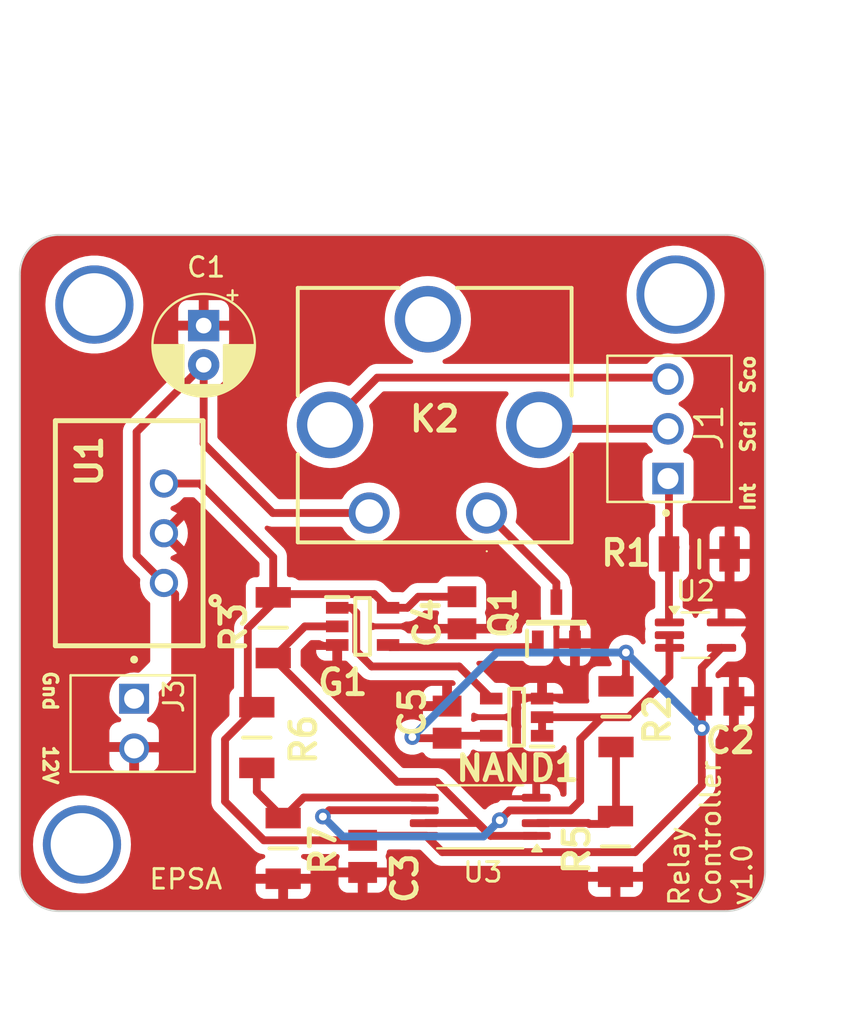
<source format=kicad_pcb>
(kicad_pcb (version 20240108) (generator "pcbnew") (generator_version "8.0")
  (layers (0 "F.Cu" signal) (31 "B.Cu" signal) (34 "B.Paste" user) (35 "F.Paste" user) (36 "B.SilkS" user "B.Silkscreen") (37 "F.SilkS" user "F.Silkscreen") (38 "B.Mask" user) (39 "F.Mask" user) (44 "Edge.Cuts" user))
  (net 0 "")
  (net 1 "GND")
  (net 2 "+12V")
  (net 3 "+5V")
  (net 4 "/SCS_Compliance")
  (net 5 "Net-(G1-Pad4)")
  (net 6 "Net-(G1-Pad1)")
  (net 7 "/SC in")
  (net 8 "/SC out")
  (net 10 "Net-(K2-Pad1)")
  (net 11 "/Relay_Closed")
  (net 12 "/Raw_Relay_Closed")
  (net 13 "/0.75V")
  (net 14 "/4.25V")
  (footprint "EPSA_lib:RESC3216X70N" (layer "F.Cu") (at 184.598 67.099)
    (property "Reference" "R1" (at -3.75 -0.043 0) (layer "F.SilkS") (effects (font (size 1.27 1.27) (thickness 0.254))))
    (property "Value" "500k" (hide yes))
    (fp_line (start 0 -0.7) (end 0 0.7) (stroke (width 0.2)) (layer "F.SilkS"))
    (pad "1" smd rect (at -1.55 0) (size 1.05 1.8) (layers "F.Cu" "F.Paste" "F.Mask") (net 12 "/Raw_Relay_Closed"))
    (pad "2" smd rect (at 1.55 0) (size 1.05 1.8) (layers "F.Cu" "F.Paste" "F.Mask") (net 1 "GND"))
  )
  (footprint "EPSA_lib:CP112V" (layer "F.Cu") (at 173.7195 65.0065 180)
    (property "Reference" "K2" (at 2.65 4.808 180) (layer "F.SilkS") (effects (font (size 1.27 1.27) (thickness 0.254))))
    (property "Value" "Relais PCB" (hide yes))
    (fp_line (start 9.65 11.5) (end 9.65 6) (stroke (width 0.2)) (layer "F.SilkS"))
    (fp_line (start 9.65 -1.5) (end 9.65 3) (stroke (width 0.2)) (layer "F.SilkS"))
    (fp_line (start 9.5 11.5) (end 9.65 11.5) (stroke (width 0.2)) (layer "F.SilkS"))
    (fp_line (start 4.5 11.5) (end 9.5 11.5) (stroke (width 0.2)) (layer "F.SilkS"))
    (fp_line (start 0.014 -1.956) (end 0.014 -1.956) (stroke (width 0.053)) (layer "F.SilkS"))
    (fp_line (start -0.039 -1.956) (end -0.039 -1.956) (stroke (width 0.053)) (layer "F.SilkS"))
    (fp_line (start -4.35 11.5) (end 1.5 11.5) (stroke (width 0.2)) (layer "F.SilkS"))
    (fp_line (start -4.35 6) (end -4.35 11.5) (stroke (width 0.2)) (layer "F.SilkS"))
    (fp_line (start -4.35 3) (end -4.35 -1.5) (stroke (width 0.2)) (layer "F.SilkS"))
    (fp_line (start -4.35 -1.5) (end 9.65 -1.5) (stroke (width 0.2)) (layer "F.SilkS"))
    (fp_arc (start 0.014 -1.955) (mid -0.013 -1.929) (end -0.039 -1.956) (stroke (width 0.053)) (layer "F.SilkS"))
    (fp_arc (start -0.039 -1.955) (mid -0.013 -1.982) (end 0.014 -1.956) (stroke (width 0.053)) (layer "F.SilkS"))
    (pad "1" thru_hole circle (at 0 0 180) (size 2.1 2.1) (drill 1.4) (layers "*.Cu" "*.Mask") (net 10 "Net-(K2-Pad1)"))
    (pad "2" thru_hole circle (at -2.7 4.5 180) (size 3.4 3.4) (drill 2.33) (layers "*.Cu" "*.Mask") (net 7 "/SC in"))
    (pad "3" thru_hole circle (at 3 9.9 180) (size 3.4 3.4) (drill 2.33) (layers "*.Cu" "*.Mask"))
    (pad "4" thru_hole circle (at 8 4.5 180) (size 3.4 3.4) (drill 2.33) (layers "*.Cu" "*.Mask") (net 8 "/SC out"))
    (pad "5" thru_hole circle (at 6 0 180) (size 2.1 2.1) (drill 1.4) (layers "*.Cu" "*.Mask") (net 2 "+12V"))
  )
  (footprint "EPSA_lib:CAPC2012X130N" (layer "F.Cu") (at 171.704 75.692 -90)
    (property "Reference" "C5" (at -0.508 1.778 90) (layer "F.SilkS") (effects (font (size 1.27 1.27) (thickness 0.254))))
    (property "Value" "10n" (hide yes))
    (pad "1" smd rect (at -0.82 0 270) (size 1.07 1.47) (layers "F.Cu" "F.Paste" "F.Mask") (net 1 "GND"))
    (pad "2" smd rect (at 0.82 0 270) (size 1.07 1.47) (layers "F.Cu" "F.Paste" "F.Mask") (net 3 "+5V"))
  )
  (footprint "Package_SO:TSSOP-8_4.4x3mm_P0.65mm" (layer "F.Cu") (at 173.3981 80.5278 180)
    (property "Reference" "U3" (at -0.1347 -2.835 180) (layer "F.SilkS"))
    (property "Value" "Opamp_Dual")
    (fp_line (start 0 1.61) (end 2.2 1.61) (stroke (width 0.12)) (layer "F.SilkS"))
    (fp_line (start 0 1.61) (end -2.2 1.61) (stroke (width 0.12)) (layer "F.SilkS"))
    (fp_line (start 0 -1.61) (end 2.2 -1.61) (stroke (width 0.12)) (layer "F.SilkS"))
    (fp_line (start 0 -1.61) (end -2.2 -1.61) (stroke (width 0.12)) (layer "F.SilkS"))
    (fp_poly (pts (xy -2.9 -1.435) (xy -3.14 -1.765) (xy -2.66 -1.765) (xy -2.9 -1.435)) (stroke (width 0.12)) (fill solid) (layer "F.SilkS"))
    (pad "1" smd roundrect (at -2.8625 -0.975 180) (size 1.475 0.4) (layers "F.Cu" "F.Paste" "F.Mask") (net 4 "/SCS_Compliance"))
    (pad "2" smd roundrect (at -2.8625 -0.325 180) (size 1.475 0.4) (layers "F.Cu" "F.Paste" "F.Mask") (net 13 "/0.75V"))
    (pad "3" smd roundrect (at -2.8625 0.325 180) (size 1.475 0.4) (layers "F.Cu" "F.Paste" "F.Mask") (net 11 "/Relay_Closed"))
    (pad "4" smd roundrect (at -2.8625 0.975 180) (size 1.475 0.4) (layers "F.Cu" "F.Paste" "F.Mask") (net 1 "GND"))
    (pad "5" smd roundrect (at 2.8625 0.975 180) (size 1.475 0.4) (layers "F.Cu" "F.Paste" "F.Mask") (net 14 "/4.25V"))
    (pad "6" smd roundrect (at 2.8625 0.325 180) (size 1.475 0.4) (layers "F.Cu" "F.Paste" "F.Mask") (net 11 "/Relay_Closed"))
    (pad "7" smd roundrect (at 2.8625 -0.325 180) (size 1.475 0.4) (layers "F.Cu" "F.Paste" "F.Mask") (net 4 "/SCS_Compliance"))
    (pad "8" smd roundrect (at 2.8625 -0.975 180) (size 1.475 0.4) (layers "F.Cu" "F.Paste" "F.Mask") (net 3 "+5V"))
  )
  (footprint "EPSA_lib:SOT95P280X145-5N" (layer "F.Cu") (at 175.26 75.438 180)
    (property "Reference" "NAND1" (at -0.0508 -2.6162 180) (layer "F.SilkS") (effects (font (size 1.27 1.27) (thickness 0.254))))
    (property "Value" "Gate NAND SN74AHCT1G00DBVR" (hide yes))
    (fp_line (start 0.375 1.45) (end -0.375 1.45) (stroke (width 0.2)) (layer "F.SilkS"))
    (fp_line (start 0.375 -1.45) (end 0.375 1.45) (stroke (width 0.2)) (layer "F.SilkS"))
    (fp_line (start -0.375 1.45) (end -0.375 -1.45) (stroke (width 0.2)) (layer "F.SilkS"))
    (fp_line (start -0.375 -1.45) (end 0.375 -1.45) (stroke (width 0.2)) (layer "F.SilkS"))
    (fp_line (start -1.875 -1.5) (end -0.725 -1.5) (stroke (width 0.2)) (layer "F.SilkS"))
    (pad "1" smd rect (at -1.3 -0.95 270) (size 0.6 1.15) (layers "F.Cu" "F.Paste" "F.Mask") (net 11 "/Relay_Closed"))
    (pad "2" smd rect (at -1.3 0 270) (size 0.6 1.15) (layers "F.Cu" "F.Paste" "F.Mask") (net 11 "/Relay_Closed"))
    (pad "3" smd rect (at -1.3 0.95 270) (size 0.6 1.15) (layers "F.Cu" "F.Paste" "F.Mask") (net 1 "GND"))
    (pad "4" smd rect (at 1.3 0.95 270) (size 0.6 1.15) (layers "F.Cu" "F.Paste" "F.Mask") (net 6 "Net-(G1-Pad1)"))
    (pad "5" smd rect (at 1.3 -0.95 270) (size 0.6 1.15) (layers "F.Cu" "F.Paste" "F.Mask") (net 3 "+5V"))
  )
  (footprint "EPSA_lib:RESC3216X70N" (layer "F.Cu") (at 161.9758 76.4794 90)
    (property "Reference" "R6" (at -0.1016 2.3876 -90) (layer "F.SilkS") (effects (font (size 1.27 1.27) (thickness 0.254))))
    (property "Value" "12k" (hide yes))
    (fp_line (start 0 -0.7) (end 0 0.7) (stroke (width 0.2)) (layer "F.SilkS"))
    (pad "1" smd rect (at -1.55 0 90) (size 1.05 1.8) (layers "F.Cu" "F.Paste" "F.Mask") (net 14 "/4.25V"))
    (pad "2" smd rect (at 1.55 0 90) (size 1.05 1.8) (layers "F.Cu" "F.Paste" "F.Mask") (net 3 "+5V"))
  )
  (footprint "EPSA_lib:RESC3216X70N" (layer "F.Cu") (at 180.34 75.412 90)
    (property "Reference" "R2" (at -0.153 2.1082 -90) (layer "F.SilkS") (effects (font (size 1.27 1.27) (thickness 0.254))))
    (property "Value" "82k" (hide yes))
    (fp_line (start 0 -0.7) (end 0 0.7) (stroke (width 0.2)) (layer "F.SilkS"))
    (pad "1" smd rect (at -1.55 0 90) (size 1.05 1.8) (layers "F.Cu" "F.Paste" "F.Mask") (net 13 "/0.75V"))
    (pad "2" smd rect (at 1.55 0 90) (size 1.05 1.8) (layers "F.Cu" "F.Paste" "F.Mask") (net 3 "+5V"))
  )
  (footprint "EPSA_lib:SOT95P237X112-3N" (layer "F.Cu") (at 177.292 70.612 90)
    (property "Reference" "Q1" (at 0.508 -2.730562 -90) (layer "F.SilkS") (effects (font (size 1.27 1.27) (thickness 0.254))))
    (property "Value" "NMOS SQ2348ES-T1_GE3" (hide yes))
    (fp_line (start -1.7 -1.5) (end -0.4 -1.5) (stroke (width 0.2)) (layer "F.SilkS"))
    (fp_line (start 0.05 -1.46) (end 0.05 1.46) (stroke (width 0.2)) (layer "F.SilkS"))
    (fp_line (start -0.05 -1.46) (end 0.05 -1.46) (stroke (width 0.2)) (layer "F.SilkS"))
    (fp_line (start 0.05 1.46) (end -0.05 1.46) (stroke (width 0.2)) (layer "F.SilkS"))
    (fp_line (start -0.05 1.46) (end -0.05 -1.46) (stroke (width 0.2)) (layer "F.SilkS"))
    (pad "1" smd rect (at -1.05 -0.95 180) (size 0.6 1.3) (layers "F.Cu" "F.Paste" "F.Mask") (net 5 "Net-(G1-Pad4)"))
    (pad "2" smd rect (at -1.05 0.95 180) (size 0.6 1.3) (layers "F.Cu" "F.Paste" "F.Mask") (net 1 "GND"))
    (pad "3" smd rect (at 1.05 0 180) (size 0.6 1.3) (layers "F.Cu" "F.Paste" "F.Mask") (net 10 "Net-(K2-Pad1)"))
  )
  (footprint "EPSA_lib:CAPC2012X130N" (layer "F.Cu") (at 185.548 74.6252 180)
    (property "Reference" "C2" (at -0.634 -2.0066 180) (layer "F.SilkS") (effects (font (size 1.27 1.27) (thickness 0.254))))
    (property "Value" "10n" (hide yes))
    (pad "1" smd rect (at -0.82 0 180) (size 1.07 1.47) (layers "F.Cu" "F.Paste" "F.Mask") (net 1 "GND"))
    (pad "2" smd rect (at 0.82 0 180) (size 1.07 1.47) (layers "F.Cu" "F.Paste" "F.Mask") (net 3 "+5V"))
  )
  (footprint "EPSA_lib:MOLEX_22-11-2032" (layer "F.Cu") (at 183 63.246 90)
    (property "Reference" "J1" (at 2.6162 2.112 -90) (layer "F.SilkS") (effects (font (size 1.4 1.4))))
    (property "Value" "3P Droit 22-11-2032")
    (fp_line (start 6.275 -3.1) (end -1.195 -3.1) (stroke (width 0.127)) (layer "F.SilkS"))
    (fp_line (start -1.195 -3.1) (end -1.195 3.25) (stroke (width 0.127)) (layer "F.SilkS"))
    (fp_line (start 6.275 3.25) (end 6.275 -3.1) (stroke (width 0.127)) (layer "F.SilkS"))
    (fp_line (start -1.195 3.25) (end 6.275 3.25) (stroke (width 0.127)) (layer "F.SilkS"))
    (fp_circle (center -1.76 -0.1) (end -1.66 -0.1) (stroke (width 0.2)) (fill none) (layer "F.SilkS"))
    (pad "1" thru_hole rect (at 0 0 90) (size 1.61 1.61) (drill 1.07) (layers "*.Cu" "*.Mask") (net 12 "/Raw_Relay_Closed"))
    (pad "2" thru_hole circle (at 2.54 0 90) (size 1.61 1.61) (drill 1.07) (layers "*.Cu" "*.Mask") (net 7 "/SC in"))
    (pad "3" thru_hole circle (at 5.08 0 90) (size 1.61 1.61) (drill 1.07) (layers "*.Cu" "*.Mask") (net 8 "/SC out"))
  )
  (footprint "EPSA_lib:MOLEX_22-11-2022" (layer "F.Cu") (at 155.702 74.495 -90)
    (property "Reference" "J3" (at -0.127 -2.032 90) (layer "F.SilkS"))
    (property "Value" "2P Droit 2-11-2022")
    (fp_line (start -1.195 3.25) (end -1.195 -3.1) (stroke (width 0.127)) (layer "F.SilkS"))
    (fp_line (start 3.735 3.25) (end -1.195 3.25) (stroke (width 0.127)) (layer "F.SilkS"))
    (fp_line (start -1.195 -3.1) (end 3.735 -3.1) (stroke (width 0.127)) (layer "F.SilkS"))
    (fp_line (start 3.735 -3.1) (end 3.735 3.25) (stroke (width 0.127)) (layer "F.SilkS"))
    (fp_circle (center -2 0) (end -1.9 0) (stroke (width 0.2)) (fill none) (layer "F.SilkS"))
    (pad "1" thru_hole rect (at 0 0 270) (size 1.53 1.53) (drill 1.02) (layers "*.Cu" "*.Mask") (net 1 "GND"))
    (pad "2" thru_hole circle (at 2.54 0 270) (size 1.53 1.53) (drill 1.02) (layers "*.Cu" "*.Mask") (net 2 "+12V"))
  )
  (footprint "EPSA_lib:CAPC2012X130N" (layer "F.Cu") (at 167.386 82.55 90)
    (property "Reference" "C3" (at -1.1176 2.159 -90) (layer "F.SilkS") (effects (font (size 1.27 1.27) (thickness 0.254))))
    (property "Value" "10n" (hide yes))
    (pad "1" smd rect (at -0.82 0 90) (size 1.07 1.47) (layers "F.Cu" "F.Paste" "F.Mask") (net 1 "GND"))
    (pad "2" smd rect (at 0.82 0 90) (size 1.07 1.47) (layers "F.Cu" "F.Paste" "F.Mask") (net 3 "+5V"))
  )
  (footprint "" (layer "F.Cu") (at 153.035 81.9404)
    (property "Reference" "" (at 0 0 0) (layer "F.SilkS") (effects (font (size 1.27 1.27))))
    (property "Value" "")
    (pad "1" thru_hole circle (at 0 0) (size 4 4) (drill 3.2) (layers "*.Cu" "*.Mask"))
  )
  (footprint "EPSA_lib:CAPC2012X130N" (layer "F.Cu") (at 172.466 70.104 90)
    (property "Reference" "C4" (at -0.508 -1.778 -90) (layer "F.SilkS") (effects (font (size 1.27 1.27) (thickness 0.254))))
    (property "Value" "10n" (hide yes))
    (pad "1" smd rect (at -0.82 0 90) (size 1.07 1.47) (layers "F.Cu" "F.Paste" "F.Mask") (net 1 "GND"))
    (pad "2" smd rect (at 0.82 0 90) (size 1.07 1.47) (layers "F.Cu" "F.Paste" "F.Mask") (net 3 "+5V"))
  )
  (footprint "" (layer "F.Cu") (at 153.67 54.356)
    (property "Reference" "" (at 0 0 0) (layer "F.SilkS") (effects (font (size 1.27 1.27))))
    (property "Value" "")
    (pad "1" thru_hole circle (at 0 0) (size 4 4) (drill 3.2) (layers "*.Cu" "*.Mask"))
  )
  (footprint "" (layer "F.Cu") (at 183.388 53.848)
    (property "Reference" "" (at 0 0 0) (layer "F.SilkS") (effects (font (size 1.27 1.27))))
    (property "Value" "")
    (pad "1" thru_hole circle (at 0 0) (size 4 4) (drill 3.2) (layers "*.Cu" "*.Mask"))
  )
  (footprint "EPSA_lib:SOT95P280X145-5N" (layer "F.Cu") (at 167.386 70.8)
    (property "Reference" "G1" (at -1.016 2.86 0) (layer "F.SilkS") (effects (font (size 1.27 1.27) (thickness 0.254))))
    (property "Value" "Gate AND SN74AHCT1G08DBVR" (hide yes))
    (fp_line (start -1.875 -1.5) (end -0.725 -1.5) (stroke (width 0.2)) (layer "F.SilkS"))
    (fp_line (start -0.375 -1.45) (end 0.375 -1.45) (stroke (width 0.2)) (layer "F.SilkS"))
    (fp_line (start -0.375 1.45) (end -0.375 -1.45) (stroke (width 0.2)) (layer "F.SilkS"))
    (fp_line (start 0.375 -1.45) (end 0.375 1.45) (stroke (width 0.2)) (layer "F.SilkS"))
    (fp_line (start 0.375 1.45) (end -0.375 1.45) (stroke (width 0.2)) (layer "F.SilkS"))
    (pad "1" smd rect (at -1.3 -0.95 90) (size 0.6 1.15) (layers "F.Cu" "F.Paste" "F.Mask") (net 6 "Net-(G1-Pad1)"))
    (pad "2" smd rect (at -1.3 0 90) (size 0.6 1.15) (layers "F.Cu" "F.Paste" "F.Mask") (net 4 "/SCS_Compliance"))
    (pad "3" smd rect (at -1.3 0.95 90) (size 0.6 1.15) (layers "F.Cu" "F.Paste" "F.Mask") (net 1 "GND"))
    (pad "4" smd rect (at 1.3 0.95 90) (size 0.6 1.15) (layers "F.Cu" "F.Paste" "F.Mask") (net 5 "Net-(G1-Pad4)"))
    (pad "5" smd rect (at 1.3 -0.95 90) (size 0.6 1.15) (layers "F.Cu" "F.Paste" "F.Mask") (net 3 "+5V"))
  )
  (footprint "EPSA_lib:RESC3216X70N" (layer "F.Cu") (at 180.314 82.042 90)
    (property "Reference" "R5" (at -0.1524 -1.9806 -90) (layer "F.SilkS") (effects (font (size 1.27 1.27) (thickness 0.254))))
    (property "Value" "12k" (hide yes))
    (fp_line (start 0 -0.7) (end 0 0.7) (stroke (width 0.2)) (layer "F.SilkS"))
    (pad "1" smd rect (at -1.55 0 90) (size 1.05 1.8) (layers "F.Cu" "F.Paste" "F.Mask") (net 1 "GND"))
    (pad "2" smd rect (at 1.55 0 90) (size 1.05 1.8) (layers "F.Cu" "F.Paste" "F.Mask") (net 13 "/0.75V"))
  )
  (footprint "EPSA_lib:RESC3216X70N" (layer "F.Cu") (at 163.322 82.1436 90)
    (property "Reference" "R7" (at -0.0762 2.032 -90) (layer "F.SilkS") (effects (font (size 1.27 1.27) (thickness 0.254))))
    (property "Value" "82k" (hide yes))
    (fp_line (start 0 -0.7) (end 0 0.7) (stroke (width 0.2)) (layer "F.SilkS"))
    (pad "1" smd rect (at -1.55 0 90) (size 1.05 1.8) (layers "F.Cu" "F.Paste" "F.Mask") (net 1 "GND"))
    (pad "2" smd rect (at 1.55 0 90) (size 1.05 1.8) (layers "F.Cu" "F.Paste" "F.Mask") (net 14 "/4.25V"))
  )
  (footprint "EPSA_lib:TSR-0.5-2433" (layer "F.Cu") (at 159.226 71.79 90)
    (property "Reference" "U1" (at 9.433 -5.81 -90) (layer "F.SilkS") (effects (font (size 1.27 1.27) (thickness 0.254))))
    (property "Value" "Alim LP TSR_0.5-2450" (hide yes))
    (fp_line (start 11.5 -7.55) (end 0 -7.55) (stroke (width 0.254)) (layer "F.SilkS"))
    (fp_line (start 0 -7.55) (end 0 0) (stroke (width 0.254)) (layer "F.SilkS"))
    (fp_line (start 11.5 0) (end 11.5 -7.55) (stroke (width 0.254)) (layer "F.SilkS"))
    (fp_line (start 0 0) (end 11.5 0) (stroke (width 0.254)) (layer "F.SilkS"))
    (fp_circle (center 2.306 0.613) (end 2.306 0.702) (stroke (width 0.254)) (fill none) (layer "F.SilkS"))
    (pad "1" thru_hole circle (at 3.21 -2 90) (size 1.44 1.44) (drill 0.94) (layers "*.Cu" "*.Mask") (net 2 "+12V"))
    (pad "2" thru_hole circle (at 5.75 -2 90) (size 1.44 1.44) (drill 0.94) (layers "*.Cu" "*.Mask") (net 1 "GND"))
    (pad "3" thru_hole circle (at 8.29 -2 90) (size 1.44 1.44) (drill 0.94) (layers "*.Cu" "*.Mask") (net 3 "+5V"))
  )
  (footprint "EPSA_lib:RESC3216X70N" (layer "F.Cu") (at 162.814 70.866 -90)
    (property "Reference" "R3" (at -0.011901 2.032 90) (layer "F.SilkS") (effects (font (size 1.27 1.27) (thickness 0.254))))
    (property "Value" "10k" (hide yes))
    (fp_line (start 0 -0.7) (end 0 0.7) (stroke (width 0.2)) (layer "F.SilkS"))
    (pad "1" smd rect (at -1.55 0 270) (size 1.05 1.8) (layers "F.Cu" "F.Paste" "F.Mask") (net 3 "+5V"))
    (pad "2" smd rect (at 1.55 0 270) (size 1.05 1.8) (layers "F.Cu" "F.Paste" "F.Mask") (net 4 "/SCS_Compliance"))
  )
  (footprint "Package_TO_SOT_SMD:SOT-353_SC-70-5_Handsoldering" (layer "F.Cu") (at 184.404 71.247)
    (property "Reference" "U2" (at 0 -2.25 0) (layer "F.SilkS"))
    (property "Value" "~")
    (fp_line (start -0.71 -1.16) (end 0.7 -1.16) (stroke (width 0.12)) (layer "F.SilkS"))
    (fp_line (start -0.7 1.16) (end 0.7 1.16) (stroke (width 0.12)) (layer "F.SilkS"))
    (fp_poly (pts (xy -1.08 -1.11) (xy -1.32 -1.44) (xy -0.84 -1.44) (xy -1.08 -1.11)) (stroke (width 0.12)) (fill solid) (layer "F.SilkS"))
    (pad "1" smd roundrect (at -1.33 -0.65) (size 1.5 0.4) (layers "F.Cu" "F.Paste" "F.Mask") (net 12 "/Raw_Relay_Closed"))
    (pad "2" smd roundrect (at -1.33 0) (size 1.5 0.4) (layers "F.Cu" "F.Paste" "F.Mask") (net 11 "/Relay_Closed"))
    (pad "3" smd roundrect (at -1.33 0.65) (size 1.5 0.4) (layers "F.Cu" "F.Paste" "F.Mask") (net 11 "/Relay_Closed"))
    (pad "4" smd roundrect (at 1.33 0.65) (size 1.5 0.4) (layers "F.Cu" "F.Paste" "F.Mask") (net 3 "+5V"))
    (pad "5" smd roundrect (at 1.33 -0.65) (size 1.5 0.4) (layers "F.Cu" "F.Paste" "F.Mask") (net 1 "GND"))
  )
  (footprint "Capacitor_THT:CP_Radial_D5.0mm_P2.00mm" (layer "F.Cu") (at 159.258 55.432888 -90)
    (property "Reference" "C1" (at -2.981888 -0.127002 180) (layer "F.SilkS"))
    (property "Value" "C")
    (fp_line (start 1 1.04) (end 1 2.58) (stroke (width 0.12)) (layer "F.SilkS"))
    (fp_line (start 1.04 1.04) (end 1.04 2.58) (stroke (width 0.12)) (layer "F.SilkS"))
    (fp_line (start 1.08 1.04) (end 1.08 2.579) (stroke (width 0.12)) (layer "F.SilkS"))
    (fp_line (start 1.12 1.04) (end 1.12 2.578) (stroke (width 0.12)) (layer "F.SilkS"))
    (fp_line (start 1.16 1.04) (end 1.16 2.576) (stroke (width 0.12)) (layer "F.SilkS"))
    (fp_line (start 1.2 1.04) (end 1.2 2.573) (stroke (width 0.12)) (layer "F.SilkS"))
    (fp_line (start 1.24 1.04) (end 1.24 2.569) (stroke (width 0.12)) (layer "F.SilkS"))
    (fp_line (start 1.28 1.04) (end 1.28 2.565) (stroke (width 0.12)) (layer "F.SilkS"))
    (fp_line (start 1.32 1.04) (end 1.32 2.561) (stroke (width 0.12)) (layer "F.SilkS"))
    (fp_line (start 1.36 1.04) (end 1.36 2.556) (stroke (width 0.12)) (layer "F.SilkS"))
    (fp_line (start 1.4 1.04) (end 1.4 2.55) (stroke (width 0.12)) (layer "F.SilkS"))
    (fp_line (start 1.44 1.04) (end 1.44 2.543) (stroke (width 0.12)) (layer "F.SilkS"))
    (fp_line (start 1.48 1.04) (end 1.48 2.536) (stroke (width 0.12)) (layer "F.SilkS"))
    (fp_line (start 1.52 1.04) (end 1.52 2.528) (stroke (width 0.12)) (layer "F.SilkS"))
    (fp_line (start 1.56 1.04) (end 1.56 2.52) (stroke (width 0.12)) (layer "F.SilkS"))
    (fp_line (start 1.6 1.04) (end 1.6 2.511) (stroke (width 0.12)) (layer "F.SilkS"))
    (fp_line (start 1.64 1.04) (end 1.64 2.501) (stroke (width 0.12)) (layer "F.SilkS"))
    (fp_line (start 1.68 1.04) (end 1.68 2.491) (stroke (width 0.12)) (layer "F.SilkS"))
    (fp_line (start 1.721 1.04) (end 1.721 2.48) (stroke (width 0.12)) (layer "F.SilkS"))
    (fp_line (start 1.761 1.04) (end 1.761 2.468) (stroke (width 0.12)) (layer "F.SilkS"))
    (fp_line (start 1.801 1.04) (end 1.801 2.455) (stroke (width 0.12)) (layer "F.SilkS"))
    (fp_line (start 1.841 1.04) (end 1.841 2.442) (stroke (width 0.12)) (layer "F.SilkS"))
    (fp_line (start 1.881 1.04) (end 1.881 2.428) (stroke (width 0.12)) (layer "F.SilkS"))
    (fp_line (start 1.921 1.04) (end 1.921 2.414) (stroke (width 0.12)) (layer "F.SilkS"))
    (fp_line (start 1.961 1.04) (end 1.961 2.398) (stroke (width 0.12)) (layer "F.SilkS"))
    (fp_line (start 2.001 1.04) (end 2.001 2.382) (stroke (width 0.12)) (layer "F.SilkS"))
    (fp_line (start 2.041 1.04) (end 2.041 2.365) (stroke (width 0.12)) (layer "F.SilkS"))
    (fp_line (start 2.081 1.04) (end 2.081 2.348) (stroke (width 0.12)) (layer "F.SilkS"))
    (fp_line (start 2.121 1.04) (end 2.121 2.329) (stroke (width 0.12)) (layer "F.SilkS"))
    (fp_line (start 2.161 1.04) (end 2.161 2.31) (stroke (width 0.12)) (layer "F.SilkS"))
    (fp_line (start 2.201 1.04) (end 2.201 2.29) (stroke (width 0.12)) (layer "F.SilkS"))
    (fp_line (start 2.241 1.04) (end 2.241 2.268) (stroke (width 0.12)) (layer "F.SilkS"))
    (fp_line (start 2.281 1.04) (end 2.281 2.247) (stroke (width 0.12)) (layer "F.SilkS"))
    (fp_line (start 2.321 1.04) (end 2.321 2.224) (stroke (width 0.12)) (layer "F.SilkS"))
    (fp_line (start 2.361 1.04) (end 2.361 2.2) (stroke (width 0.12)) (layer "F.SilkS"))
    (fp_line (start 2.401 1.04) (end 2.401 2.175) (stroke (width 0.12)) (layer "F.SilkS"))
    (fp_line (start 2.441 1.04) (end 2.441 2.149) (stroke (width 0.12)) (layer "F.SilkS"))
    (fp_line (start 2.481 1.04) (end 2.481 2.122) (stroke (width 0.12)) (layer "F.SilkS"))
    (fp_line (start 2.521 1.04) (end 2.521 2.095) (stroke (width 0.12)) (layer "F.SilkS"))
    (fp_line (start 2.561 1.04) (end 2.561 2.065) (stroke (width 0.12)) (layer "F.SilkS"))
    (fp_line (start 2.601 1.04) (end 2.601 2.035) (stroke (width 0.12)) (layer "F.SilkS"))
    (fp_line (start 2.641 1.04) (end 2.641 2.004) (stroke (width 0.12)) (layer "F.SilkS"))
    (fp_line (start 2.681 1.04) (end 2.681 1.971) (stroke (width 0.12)) (layer "F.SilkS"))
    (fp_line (start 2.721 1.04) (end 2.721 1.937) (stroke (width 0.12)) (layer "F.SilkS"))
    (fp_line (start 2.761 1.04) (end 2.761 1.901) (stroke (width 0.12)) (layer "F.SilkS"))
    (fp_line (start 2.801 1.04) (end 2.801 1.864) (stroke (width 0.12)) (layer "F.SilkS"))
    (fp_line (start 2.841 1.04) (end 2.841 1.826) (stroke (width 0.12)) (layer "F.SilkS"))
    (fp_line (start 2.881 1.04) (end 2.881 1.785) (stroke (width 0.12)) (layer "F.SilkS"))
    (fp_line (start 2.921 1.04) (end 2.921 1.743) (stroke (width 0.12)) (layer "F.SilkS"))
    (fp_line (start 2.961 1.04) (end 2.961 1.699) (stroke (width 0.12)) (layer "F.SilkS"))
    (fp_line (start 3.001 1.04) (end 3.001 1.653) (stroke (width 0.12)) (layer "F.SilkS"))
    (fp_line (start 3.601 -0.284) (end 3.601 0.284) (stroke (width 0.12)) (layer "F.SilkS"))
    (fp_line (start 3.561 -0.518) (end 3.561 0.518) (stroke (width 0.12)) (layer "F.SilkS"))
    (fp_line (start 3.521 -0.677) (end 3.521 0.677) (stroke (width 0.12)) (layer "F.SilkS"))
    (fp_line (start 3.481 -0.805) (end 3.481 0.805) (stroke (width 0.12)) (layer "F.SilkS"))
    (fp_line (start 3.441 -0.915) (end 3.441 0.915) (stroke (width 0.12)) (layer "F.SilkS"))
    (fp_line (start 3.401 -1.011) (end 3.401 1.011) (stroke (width 0.12)) (layer "F.SilkS"))
    (fp_line (start 3.361 -1.098) (end 3.361 1.098) (stroke (width 0.12)) (layer "F.SilkS"))
    (fp_line (start 3.321 -1.178) (end 3.321 1.178) (stroke (width 0.12)) (layer "F.SilkS"))
    (fp_line (start 3.281 -1.251) (end 3.281 1.251) (stroke (width 0.12)) (layer "F.SilkS"))
    (fp_line (start 3.241 -1.319) (end 3.241 1.319) (stroke (width 0.12)) (layer "F.SilkS"))
    (fp_line (start 3.201 -1.383) (end 3.201 1.383) (stroke (width 0.12)) (layer "F.SilkS"))
    (fp_line (start 3.161 -1.443) (end 3.161 1.443) (stroke (width 0.12)) (layer "F.SilkS"))
    (fp_line (start -1.804775 -1.475) (end -1.304775 -1.475) (stroke (width 0.12)) (layer "F.SilkS"))
    (fp_line (start 3.121 -1.5) (end 3.121 1.5) (stroke (width 0.12)) (layer "F.SilkS"))
    (fp_line (start 3.081 -1.554) (end 3.081 1.554) (stroke (width 0.12)) (layer "F.SilkS"))
    (fp_line (start 3.041 -1.605) (end 3.041 1.605) (stroke (width 0.12)) (layer "F.SilkS"))
    (fp_line (start 3.001 -1.653) (end 3.001 -1.04) (stroke (width 0.12)) (layer "F.SilkS"))
    (fp_line (start 2.961 -1.699) (end 2.961 -1.04) (stroke (width 0.12)) (layer "F.SilkS"))
    (fp_line (start -1.554775 -1.725) (end -1.554775 -1.225) (stroke (width 0.12)) (layer "F.SilkS"))
    (fp_line (start 2.921 -1.743) (end 2.921 -1.04) (stroke (width 0.12)) (layer "F.SilkS"))
    (fp_line (start 2.881 -1.785) (end 2.881 -1.04) (stroke (width 0.12)) (layer "F.SilkS"))
    (fp_line (start 2.841 -1.826) (end 2.841 -1.04) (stroke (width 0.12)) (layer "F.SilkS"))
    (fp_line (start 2.801 -1.864) (end 2.801 -1.04) (stroke (width 0.12)) (layer "F.SilkS"))
    (fp_line (start 2.761 -1.901) (end 2.761 -1.04) (stroke (width 0.12)) (layer "F.SilkS"))
    (fp_line (start 2.721 -1.937) (end 2.721 -1.04) (stroke (width 0.12)) (layer "F.SilkS"))
    (fp_line (start 2.681 -1.971) (end 2.681 -1.04) (stroke (width 0.12)) (layer "F.SilkS"))
    (fp_line (start 2.641 -2.004) (end 2.641 -1.04) (stroke (width 0.12)) (layer "F.SilkS"))
    (fp_line (start 2.601 -2.035) (end 2.601 -1.04) (stroke (width 0.12)) (layer "F.SilkS"))
    (fp_line (start 2.561 -2.065) (end 2.561 -1.04) (stroke (width 0.12)) (layer "F.SilkS"))
    (fp_line (start 2.521 -2.095) (end 2.521 -1.04) (stroke (width 0.12)) (layer "F.SilkS"))
    (fp_line (start 2.481 -2.122) (end 2.481 -1.04) (stroke (width 0.12)) (layer "F.SilkS"))
    (fp_line (start 2.441 -2.149) (end 2.441 -1.04) (stroke (width 0.12)) (layer "F.SilkS"))
    (fp_line (start 2.401 -2.175) (end 2.401 -1.04) (stroke (width 0.12)) (layer "F.SilkS"))
    (fp_line (start 2.361 -2.2) (end 2.361 -1.04) (stroke (width 0.12)) (layer "F.SilkS"))
    (fp_line (start 2.321 -2.224) (end 2.321 -1.04) (stroke (width 0.12)) (layer "F.SilkS"))
    (fp_line (start 2.281 -2.247) (end 2.281 -1.04) (stroke (width 0.12)) (layer "F.SilkS"))
    (fp_line (start 2.241 -2.268) (end 2.241 -1.04) (stroke (width 0.12)) (layer "F.SilkS"))
    (fp_line (start 2.201 -2.29) (end 2.201 -1.04) (stroke (width 0.12)) (layer "F.SilkS"))
    (fp_line (start 2.161 -2.31) (end 2.161 -1.04) (stroke (width 0.12)) (layer "F.SilkS"))
    (fp_line (start 2.121 -2.329) (end 2.121 -1.04) (stroke (width 0.12)) (layer "F.SilkS"))
    (fp_line (start 2.081 -2.348) (end 2.081 -1.04) (stroke (width 0.12)) (layer "F.SilkS"))
    (fp_line (start 2.041 -2.365) (end 2.041 -1.04) (stroke (width 0.12)) (layer "F.SilkS"))
    (fp_line (start 2.001 -2.382) (end 2.001 -1.04) (stroke (width 0.12)) (layer "F.SilkS"))
    (fp_line (start 1.961 -2.398) (end 1.961 -1.04) (stroke (width 0.12)) (layer "F.SilkS"))
    (fp_line (start 1.921 -2.414) (end 1.921 -1.04) (stroke (width 0.12)) (layer "F.SilkS"))
    (fp_line (start 1.881 -2.428) (end 1.881 -1.04) (stroke (width 0.12)) (layer "F.SilkS"))
    (fp_line (start 1.841 -2.442) (end 1.841 -1.04) (stroke (width 0.12)) (layer "F.SilkS"))
    (fp_line (start 1.801 -2.455) (end 1.801 -1.04) (stroke (width 0.12)) (layer "F.SilkS"))
    (fp_line (start 1.761 -2.468) (end 1.761 -1.04) (stroke (width 0.12)) (layer "F.SilkS"))
    (fp_line (start 1.721 -2.48) (end 1.721 -1.04) (stroke (width 0.12)) (layer "F.SilkS"))
    (fp_line (start 1.68 -2.491) (end 1.68 -1.04) (stroke (width 0.12)) (layer "F.SilkS"))
    (fp_line (start 1.64 -2.501) (end 1.64 -1.04) (stroke (width 0.12)) (layer "F.SilkS"))
    (fp_line (start 1.6 -2.511) (end 1.6 -1.04) (stroke (width 0.12)) (layer "F.SilkS"))
    (fp_line (start 1.56 -2.52) (end 1.56 -1.04) (stroke (width 0.12)) (layer "F.SilkS"))
    (fp_line (start 1.52 -2.528) (end 1.52 -1.04) (stroke (width 0.12)) (layer "F.SilkS"))
    (fp_line (start 1.48 -2.536) (end 1.48 -1.04) (stroke (width 0.12)) (layer "F.SilkS"))
    (fp_line (start 1.44 -2.543) (end 1.44 -1.04) (stroke (width 0.12)) (layer "F.SilkS"))
    (fp_line (start 1.4 -2.55) (end 1.4 -1.04) (stroke (width 0.12)) (layer "F.SilkS"))
    (fp_line (start 1.36 -2.556) (end 1.36 -1.04) (stroke (width 0.12)) (layer "F.SilkS"))
    (fp_line (start 1.32 -2.561) (end 1.32 -1.04) (stroke (width 0.12)) (layer "F.SilkS"))
    (fp_line (start 1.28 -2.565) (end 1.28 -1.04) (stroke (width 0.12)) (layer "F.SilkS"))
    (fp_line (start 1.24 -2.569) (end 1.24 -1.04) (stroke (width 0.12)) (layer "F.SilkS"))
    (fp_line (start 1.2 -2.573) (end 1.2 -1.04) (stroke (width 0.12)) (layer "F.SilkS"))
    (fp_line (start 1.16 -2.576) (end 1.16 -1.04) (stroke (width 0.12)) (layer "F.SilkS"))
    (fp_line (start 1.12 -2.578) (end 1.12 -1.04) (stroke (width 0.12)) (layer "F.SilkS"))
    (fp_line (start 1.08 -2.579) (end 1.08 -1.04) (stroke (width 0.12)) (layer "F.SilkS"))
    (fp_line (start 1 -2.58) (end 1 -1.04) (stroke (width 0.12)) (layer "F.SilkS"))
    (fp_line (start 1.04 -2.58) (end 1.04 -1.04) (stroke (width 0.12)) (layer "F.SilkS"))
    (fp_circle (center 1 0) (end 3.62 0) (stroke (width 0.12)) (fill none) (layer "F.SilkS"))
    (pad "1" thru_hole rect (at 0 0 270) (size 1.6 1.6) (drill 0.8) (layers "*.Cu" "*.Mask") (net 1 "GND"))
    (pad "2" thru_hole circle (at 2 0 270) (size 1.6 1.6) (drill 0.8) (layers "*.Cu" "*.Mask") (net 2 "+12V"))
  )
  (gr_line (start 149.86 83.344) (end 149.86 52.8) (stroke (width 0.1)) (layer "Edge.Cuts"))
  (gr_arc (start 187.96 83.344) (mid 187.374214 84.758214) (end 185.96 85.344) (stroke (width 0.1)) (layer "Edge.Cuts"))
  (gr_arc (start 149.86 52.8) (mid 150.445786 51.385786) (end 151.86 50.8) (stroke (width 0.1)) (layer "Edge.Cuts"))
  (gr_arc (start 151.86 85.344) (mid 150.445786 84.758214) (end 149.86 83.344) (stroke (width 0.1)) (layer "Edge.Cuts"))
  (gr_line (start 185.96 85.344) (end 151.86 85.344) (stroke (width 0.1)) (layer "Edge.Cuts"))
  (gr_arc (start 185.96 50.8) (mid 187.374214 51.385786) (end 187.96 52.8) (stroke (width 0.1)) (layer "Edge.Cuts"))
  (gr_line (start 151.86 50.8) (end 185.96 50.8) (stroke (width 0.1)) (layer "Edge.Cuts"))
  (gr_line (start 187.96 52.8) (end 187.96 83.344) (stroke (width 0.1)) (layer "Edge.Cuts"))
  (gr_text "Int" (at 187.5 65 90) (layer "F.SilkS") (effects (font (size 0.7 0.7) (thickness 0.175) (bold yes)) (justify left bottom)))
  (gr_text "Sci" (at 187.5 62 90) (layer "F.SilkS") (effects (font (size 0.7 0.7) (thickness 0.175) (bold yes)) (justify left bottom)))
  (gr_text "12V" (at 151 76.8 -90) (layer "F.SilkS") (effects (font (size 0.7 0.7) (thickness 0.175) (bold yes)) (justify left bottom)))
  (gr_text "Gnd" (at 151 73 -90) (layer "F.SilkS") (effects (font (size 0.7 0.7) (thickness 0.175) (bold yes)) (justify left bottom)))
  (gr_text "Relay\nController\nv1.0" (at 187.3758 85.1662 90) (layer "F.SilkS") (effects (font (size 1 1)) (justify left bottom)))
  (gr_text "EPSA" (at 156.3878 84.3026 0) (layer "F.SilkS") (effects (font (size 1 1)) (justify left bottom)))
  (gr_text "Sco" (at 187.5 59 90) (layer "F.SilkS") (effects (font (size 0.7 0.7) (thickness 0.175) (bold yes)) (justify left bottom)))
  (segment (start 176.2606 79.5528) (end 173.9392 79.5528) (width 0.25) (layer "F.Cu") (net 1))
  (segment (start 167.7195 65.0065) (end 162.7965 65.0065) (width 0.4) (layer "F.Cu") (net 2))
  (segment (start 159.258 61.468) (end 159.258 57.432888) (width 0.4) (layer "F.Cu") (net 2))
  (segment (start 157.8 69.154) (end 157.8 76.2) (width 0.4) (layer "F.Cu") (net 2))
  (segment (start 159.258 57.432888) (end 155.829 60.861888) (width 0.4) (layer "F.Cu") (net 2))
  (segment (start 155.829 60.861888) (end 155.829 67.183) (width 0.4) (layer "F.Cu") (net 2))
  (segment (start 157.226 68.58) (end 157.8 69.154) (width 0.4) (layer "F.Cu") (net 2))
  (segment (start 156.965 77.035) (end 155.702 77.035) (width 0.4) (layer "F.Cu") (net 2))
  (segment (start 157.8 76.2) (end 156.965 77.035) (width 0.4) (layer "F.Cu") (net 2))
  (segment (start 162.7965 65.0065) (end 159.258 61.468) (width 0.4) (layer "F.Cu") (net 2))
  (segment (start 155.829 67.183) (end 157.226 68.58) (width 0.4) (layer "F.Cu") (net 2))
  (segment (start 171.828 76.388) (end 171.704 76.512) (width 0.4) (layer "F.Cu") (net 3))
  (segment (start 162.814 67.2592) (end 162.814 69.316) (width 0.4) (layer "F.Cu") (net 3))
  (segment (start 161.9758 74.9554) (end 160.3502 76.581) (width 0.4) (layer "F.Cu") (net 3))
  (segment (start 162.814 69.596) (end 161.514 70.896) (width 0.4) (layer "F.Cu") (net 3))
  (segment (start 160.3502 76.581) (end 160.3502 79.7452) (width 0.4) (layer "F.Cu") (net 3))
  (segment (start 173.96 76.388) (end 171.828 76.388) (width 0.4) (layer "F.Cu") (net 3))
  (segment (start 181.318 82.334) (end 171.4605 82.334) (width 0.4) (layer "F.Cu") (net 3))
  (segment (start 169.672 69.85) (end 170.238 69.284) (width 0.4) (layer "F.Cu") (net 3))
  (segment (start 171.704 76.512) (end 169.984 76.512) (width 0.4) (layer "F.Cu") (net 3))
  (segment (start 171.4605 82.334) (end 170.6195 81.493) (width 0.4) (layer "F.Cu") (net 3))
  (segment (start 162.98 69.15) (end 162.814 69.316) (width 0.4) (layer "F.Cu") (net 3))
  (segment (start 161.514 74.4676) (end 161.9758 74.9294) (width 0.4) (layer "F.Cu") (net 3))
  (segment (start 184.728 75.9968) (end 184.728 74.6252) (width 0.4) (layer "F.Cu") (net 3))
  (segment (start 180.848 72.136) (end 180.848 73.354) (width 0.4) (layer "F.Cu") (net 3))
  (segment (start 184.728 75.9968) (end 184.728 78.924) (width 0.4) (layer "F.Cu") (net 3))
  (segment (start 157.226 63.5) (end 159.0548 63.5) (width 0.4) (layer "F.Cu") (net 3))
  (segment (start 168.686 69.85) (end 167.986 69.15) (width 0.4) (layer "F.Cu") (net 3))
  (segment (start 161.514 70.896) (end 161.514 74.4676) (width 0.4) (layer "F.Cu") (net 3))
  (segment (start 184.728 72.903) (end 185.734 71.897) (width 0.4) (layer "F.Cu") (net 3))
  (segment (start 184.728 74.6252) (end 184.728 72.903) (width 0.4) (layer "F.Cu") (net 3))
  (segment (start 162.335 81.73) (end 167.386 81.73) (width 0.4) (layer "F.Cu") (net 3))
  (segment (start 168.686 69.85) (end 169.672 69.85) (width 0.4) (layer "F.Cu") (net 3))
  (segment (start 159.0548 63.5) (end 162.814 67.2592) (width 0.4) (layer "F.Cu") (net 3))
  (segment (start 184.728 78.924) (end 181.318 82.334) (width 0.4) (layer "F.Cu") (net 3))
  (segment (start 162.814 69.316) (end 162.814 69.596) (width 0.4) (layer "F.Cu") (net 3))
  (segment (start 160.3502 79.7452) (end 162.335 81.73) (width 0.4) (layer "F.Cu") (net 3))
  (segment (start 166.953 81.493) (end 166.936 81.476) (width 0.4) (layer "F.Cu") (net 3))
  (segment (start 161.9758 74.9294) (end 161.9758 74.9554) (width 0.4) (layer "F.Cu") (net 3))
  (segment (start 169.984 76.512) (end 169.926 76.454) (width 0.4) (layer "F.Cu") (net 3))
  (segment (start 170.238 69.284) (end 172.466 69.284) (width 0.4) (layer "F.Cu") (net 3))
  (segment (start 167.986 69.15) (end 162.98 69.15) (width 0.4) (layer "F.Cu") (net 3))
  (segment (start 180.848 73.354) (end 180.34 73.862) (width 0.4) (layer "F.Cu") (net 3))
  (segment (start 170.6195 81.493) (end 166.953 81.493) (width 0.4) (layer "F.Cu") (net 3))
  (via (at 180.848 72.136) (size 0.8) (drill 0.4) (layers "F.Cu" "B.Cu") (net 3))
  (via (at 169.926 76.454) (size 0.8) (drill 0.4) (layers "F.Cu" "B.Cu") (net 3))
  (via (at 184.728 75.9968) (size 0.8) (drill 0.4) (layers "F.Cu" "B.Cu") (net 3))
  (segment (start 184.7088 75.9968) (end 184.728 75.9968) (width 0.4) (layer "B.Cu") (net 3))
  (segment (start 180.848 72.136) (end 184.7088 75.9968) (width 0.4) (layer "B.Cu") (net 3))
  (segment (start 174.244 72.136) (end 180.848 72.136) (width 0.4) (layer "B.Cu") (net 3))
  (segment (start 169.926 76.454) (end 174.244 72.136) (width 0.4) (layer "B.Cu") (net 3))
  (segment (start 169.138 78.74) (end 162.814 72.416) (width 0.4) (layer "F.Cu") (net 4))
  (segment (start 173.932978 81.5028) (end 176.2606 81.5028) (width 0.4) (layer "F.Cu") (net 4))
  (segment (start 173.273178 80.843) (end 173.932978 81.5028) (width 0.4) (layer "F.Cu") (net 4))
  (segment (start 169.138 78.74) (end 171.170178 78.74) (width 0.4) (layer "F.Cu") (net 4))
  (segment (start 166.086 70.8) (end 164.43 70.8) (width 0.4) (layer "F.Cu") (net 4))
  (segment (start 170.6195 80.843) (end 173.273178 80.843) (width 0.4) (layer "F.Cu") (net 4))
  (segment (start 171.170178 78.74) (end 173.932978 81.5028) (width 0.4) (layer "F.Cu") (net 4))
  (segment (start 164.43 70.8) (end 162.814 72.416) (width 0.4) (layer "F.Cu") (net 4))
  (segment (start 176.145 71.859) (end 176.342 71.662) (width 0.4) (layer "F.Cu") (net 5))
  (segment (start 168.795 71.859) (end 176.145 71.859) (width 0.4) (layer "F.Cu") (net 5))
  (segment (start 168.686 71.75) (end 168.795 71.859) (width 0.4) (layer "F.Cu") (net 5))
  (segment (start 167.8432 72.8472) (end 167.061 72.065) (width 0.4) (layer "F.Cu") (net 6))
  (segment (start 173.96 74.488) (end 172.3192 72.8472) (width 0.4) (layer "F.Cu") (net 6))
  (segment (start 172.3192 72.8472) (end 167.8432 72.8472) (width 0.4) (layer "F.Cu") (net 6))
  (segment (start 166.811 69.85) (end 166.086 69.85) (width 0.4) (layer "F.Cu") (net 6))
  (segment (start 167.061 70.1) (end 166.811 69.85) (width 0.4) (layer "F.Cu") (net 6))
  (segment (start 167.061 72.065) (end 167.061 70.1) (width 0.4) (layer "F.Cu") (net 6))
  (segment (start 183 60.706) (end 176.619 60.706) (width 0.4) (layer "F.Cu") (net 7))
  (segment (start 176.619 60.706) (end 176.4195 60.5065) (width 0.4) (layer "F.Cu") (net 7))
  (segment (start 183 58.166) (end 182.9238 58.0898) (width 0.4) (layer "F.Cu") (net 8))
  (segment (start 182.9238 58.0898) (end 168.1362 58.0898) (width 0.4) (layer "F.Cu") (net 8))
  (segment (start 168.1362 58.0898) (end 165.7195 60.5065) (width 0.4) (layer "F.Cu") (net 8))
  (segment (start 177.292 69.562) (end 177.292 68.579) (width 0.4) (layer "F.Cu") (net 10))
  (segment (start 177.292 68.579) (end 173.7195 65.0065) (width 0.4) (layer "F.Cu") (net 10))
  (segment (start 174.8964 80.2028) (end 176.2606 80.2028) (width 0.4) (layer "F.Cu") (net 11))
  (segment (start 178.0136 80.2028) (end 176.2606 80.2028) (width 0.4) (layer "F.Cu") (net 11))
  (segment (start 178.5112 79.7052) (end 178.0136 80.2028) (width 0.4) (layer "F.Cu") (net 11))
  (segment (start 179.639 75.438) (end 178.5112 76.5658) (width 0.4) (layer "F.Cu") (net 11))
  (segment (start 174.3964 80.7028) (end 174.8964 80.2028) (width 0.4) (layer "F.Cu") (net 11))
  (segment (start 178.5112 76.5658) (end 178.5112 79.7052) (width 0.4) (layer "F.Cu") (net 11))
  (segment (start 176.56 75.438) (end 176.56 76.388) (width 0.4) (layer "F.Cu") (net 11))
  (segment (start 183.074 73.353) (end 183.074 71.897) (width 0.4) (layer "F.Cu") (net 11))
  (segment (start 165.354 80.518) (end 165.679 80.193) (width 0.4) (layer "F.Cu") (net 11))
  (segment (start 180.989 75.438) (end 179.639 75.438) (width 0.4) (layer "F.Cu") (net 11))
  (segment (start 165.679 80.193) (end 170.6195 80.193) (width 0.4) (layer "F.Cu") (net 11))
  (segment (start 183.074 71.247) (end 183.074 71.897) (width 0.4) (layer "F.Cu") (net 11))
  (segment (start 180.989 75.438) (end 183.074 73.353) (width 0.4) (layer "F.Cu") (net 11))
  (segment (start 176.56 75.438) (end 180.989 75.438) (width 0.4) (layer "F.Cu") (net 11))
  (via (at 165.354 80.518) (size 0.8) (drill 0.4) (layers "F.Cu" "B.Cu") (net 11))
  (via (at 174.3964 80.7028) (size 0.8) (drill 0.4) (layers "F.Cu" "B.Cu") (net 11))
  (segment (start 174.3964 80.7028) (end 173.5652 81.534) (width 0.4) (layer "B.Cu") (net 11))
  (segment (start 173.5652 81.534) (end 166.37 81.534) (width 0.4) (layer "B.Cu") (net 11))
  (segment (start 166.37 81.534) (end 165.354 80.518) (width 0.4) (layer "B.Cu") (net 11))
  (segment (start 183.048 67.099) (end 183.048 70.571) (width 0.4) (layer "F.Cu") (net 12))
  (segment (start 183.048 63.294) (end 183 63.246) (width 0.4) (layer "F.Cu") (net 12))
  (segment (start 183.048 67.099) (end 183.048 63.294) (width 0.4) (layer "F.Cu") (net 12))
  (segment (start 183.388 66.759) (end 183.048 67.099) (width 0.4) (layer "F.Cu") (net 12))
  (segment (start 183.048 70.571) (end 183.074 70.597) (width 0.4) (layer "F.Cu") (net 12))
  (segment (start 178.971 80.893) (end 178.921 80.843) (width 0.4) (layer "F.Cu") (net 13))
  (segment (start 178.921 80.843) (end 176.3445 80.843) (width 0.4) (layer "F.Cu") (net 13))
  (segment (start 180.314 80.492) (end 179.913 80.893) (width 0.4) (layer "F.Cu") (net 13))
  (segment (start 180.34 80.466) (end 180.314 80.492) (width 0.4) (layer "F.Cu") (net 13))
  (segment (start 179.913 80.893) (end 178.971 80.893) (width 0.4) (layer "F.Cu") (net 13))
  (segment (start 180.34 76.962) (end 180.34 80.466) (width 0.4) (layer "F.Cu") (net 13))
  (segment (start 161.9758 79.2474) (end 163.322 80.5936) (width 0.4) (layer "F.Cu") (net 14))
  (segment (start 164.3726 79.543) (end 163.322 80.5936) (width 0.4) (layer "F.Cu") (net 14))
  (segment (start 170.6195 79.543) (end 164.3726 79.543) (width 0.4) (layer "F.Cu") (net 14))
  (segment (start 161.9758 78.0294) (end 161.9758 79.2474) (width 0.4) (layer "F.Cu") (net 14))
  (zone (net 1) (net_name "GND") (layer "F.Cu") (connect_pads (clearance 0.5)) (min_thickness 0.25) (fill yes (thermal_gap 0.5) (thermal_bridge_width 0.5))
    (polygon (pts (xy 148.844 49.53) (xy 148.844 86.106) (xy 188.976 85.852) (xy 188.976 49.53)))
  )
)
</source>
